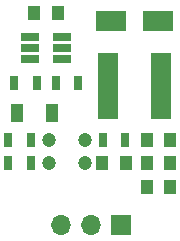
<source format=gts>
%TF.GenerationSoftware,KiCad,Pcbnew,(5.1.7)-1*%
%TF.CreationDate,2022-01-04T16:45:12+01:00*%
%TF.ProjectId,psu-module-positive,7073752d-6d6f-4647-956c-652d706f7369,rev?*%
%TF.SameCoordinates,Original*%
%TF.FileFunction,Soldermask,Top*%
%TF.FilePolarity,Negative*%
%FSLAX46Y46*%
G04 Gerber Fmt 4.6, Leading zero omitted, Abs format (unit mm)*
G04 Created by KiCad (PCBNEW (5.1.7)-1) date 2022-01-04 16:45:12*
%MOMM*%
%LPD*%
G01*
G04 APERTURE LIST*
%ADD10R,0.700000X1.300000*%
%ADD11C,1.200000*%
%ADD12R,1.000000X1.250000*%
%ADD13R,1.700000X1.700000*%
%ADD14O,1.700000X1.700000*%
%ADD15R,2.500000X1.800000*%
%ADD16R,1.000000X1.600000*%
%ADD17R,1.560000X0.650000*%
%ADD18R,1.700000X5.700000*%
G04 APERTURE END LIST*
D10*
X17950000Y-13750000D03*
X16050000Y-13750000D03*
X21450000Y-13750000D03*
X19550000Y-13750000D03*
D11*
X22000000Y-20500000D03*
X19000000Y-20500000D03*
X22000000Y-18500000D03*
X19000000Y-18500000D03*
D12*
X25500000Y-20500000D03*
X23500000Y-20500000D03*
D10*
X25450000Y-18500000D03*
X23550000Y-18500000D03*
X17450000Y-18500000D03*
X15550000Y-18500000D03*
X17450000Y-20500000D03*
X15550000Y-20500000D03*
D12*
X27250000Y-22500000D03*
X29250000Y-22500000D03*
X27250000Y-20500000D03*
X29250000Y-20500000D03*
D13*
X25040000Y-25750000D03*
D14*
X22500000Y-25750000D03*
X19960000Y-25750000D03*
D15*
X28250000Y-8500000D03*
X24250000Y-8500000D03*
D12*
X27250000Y-18500000D03*
X29250000Y-18500000D03*
X19750000Y-7750000D03*
X17750000Y-7750000D03*
D16*
X16250000Y-16250000D03*
X19250000Y-16250000D03*
D17*
X17400000Y-9800000D03*
X17400000Y-10750000D03*
X17400000Y-11700000D03*
X20100000Y-11700000D03*
X20100000Y-9800000D03*
X20100000Y-10750000D03*
D18*
X24000000Y-14000000D03*
X28500000Y-14000000D03*
M02*

</source>
